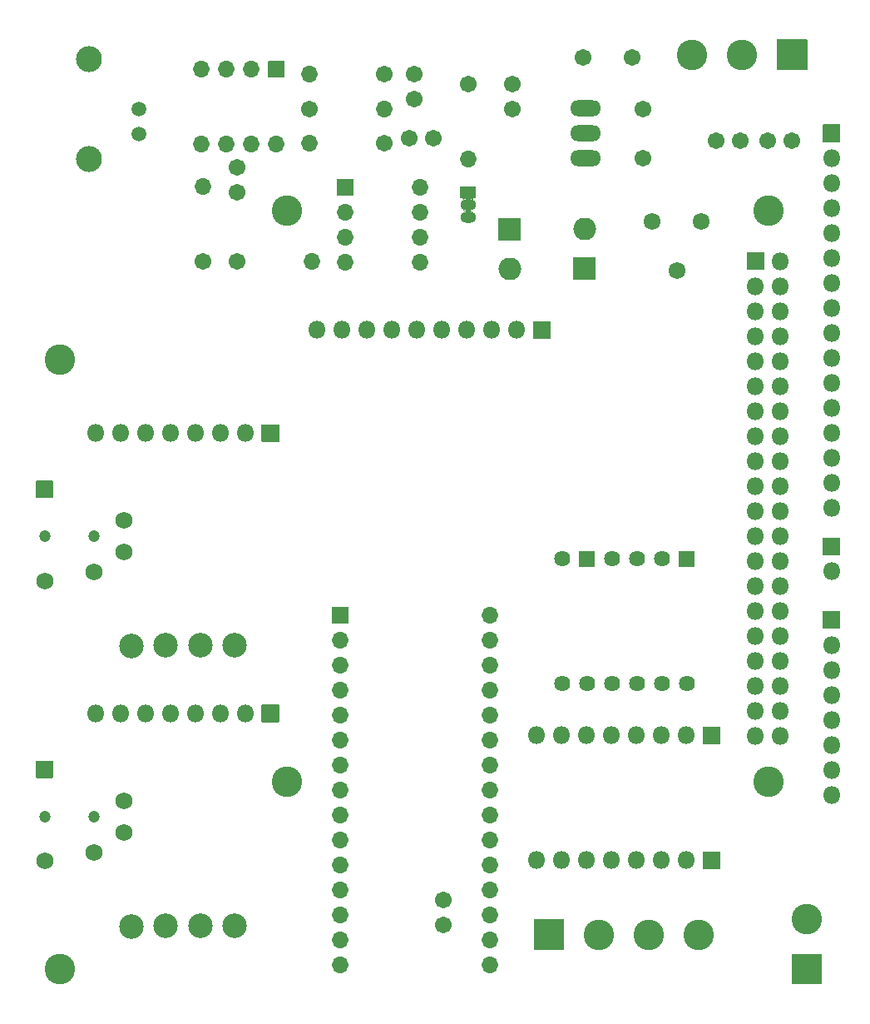
<source format=gbs>
G04 #@! TF.GenerationSoftware,KiCad,Pcbnew,(5.1.9)-1*
G04 #@! TF.CreationDate,2021-06-09T22:02:47-07:00*
G04 #@! TF.ProjectId,AlkalinityTitrator,416c6b61-6c69-46e6-9974-795469747261,rev?*
G04 #@! TF.SameCoordinates,Original*
G04 #@! TF.FileFunction,Soldermask,Bot*
G04 #@! TF.FilePolarity,Negative*
%FSLAX46Y46*%
G04 Gerber Fmt 4.6, Leading zero omitted, Abs format (unit mm)*
G04 Created by KiCad (PCBNEW (5.1.9)-1) date 2021-06-09 22:02:47*
%MOMM*%
%LPD*%
G01*
G04 APERTURE LIST*
%ADD10O,3.150000X1.626000*%
%ADD11O,1.702000X1.702000*%
%ADD12C,3.102000*%
%ADD13O,1.802000X1.802000*%
%ADD14C,2.502000*%
%ADD15C,1.752000*%
%ADD16C,1.202000*%
%ADD17C,1.626000*%
%ADD18C,2.642000*%
%ADD19C,1.499000*%
%ADD20C,1.702000*%
%ADD21O,2.302000X2.302000*%
%ADD22C,1.722000*%
%ADD23O,1.602000X1.152000*%
%ADD24C,0.150000*%
G04 APERTURE END LIST*
D10*
X180052000Y-50815000D03*
X180052000Y-53355000D03*
X180052000Y-55895000D03*
D11*
X170332000Y-137915000D03*
X155092000Y-137915000D03*
X170332000Y-102355000D03*
X155092000Y-135375000D03*
X170332000Y-104895000D03*
X155092000Y-132835000D03*
X170332000Y-107435000D03*
X155092000Y-130295000D03*
X170332000Y-109975000D03*
X155092000Y-127755000D03*
X170332000Y-112515000D03*
X155092000Y-125215000D03*
X170332000Y-115055000D03*
X155092000Y-122675000D03*
X170332000Y-117595000D03*
X155092000Y-120135000D03*
X170332000Y-120135000D03*
X155092000Y-117595000D03*
X170332000Y-122675000D03*
X155092000Y-115055000D03*
X170332000Y-125215000D03*
X155092000Y-112515000D03*
X170332000Y-127755000D03*
X155092000Y-109975000D03*
X170332000Y-130295000D03*
X155092000Y-107435000D03*
X170332000Y-132835000D03*
X155092000Y-104895000D03*
X170332000Y-135375000D03*
G36*
G01*
X154241000Y-103155000D02*
X154241000Y-101555000D01*
G75*
G02*
X154292000Y-101504000I51000J0D01*
G01*
X155892000Y-101504000D01*
G75*
G02*
X155943000Y-101555000I0J-51000D01*
G01*
X155943000Y-103155000D01*
G75*
G02*
X155892000Y-103206000I-51000J0D01*
G01*
X154292000Y-103206000D01*
G75*
G02*
X154241000Y-103155000I0J51000D01*
G01*
G37*
D12*
X149653000Y-61231000D03*
G36*
G01*
X147132000Y-111454000D02*
X148832000Y-111454000D01*
G75*
G02*
X148883000Y-111505000I0J-51000D01*
G01*
X148883000Y-113205000D01*
G75*
G02*
X148832000Y-113256000I-51000J0D01*
G01*
X147132000Y-113256000D01*
G75*
G02*
X147081000Y-113205000I0J51000D01*
G01*
X147081000Y-111505000D01*
G75*
G02*
X147132000Y-111454000I51000J0D01*
G01*
G37*
D13*
X145442000Y-112355000D03*
X142902000Y-112355000D03*
X140362000Y-112355000D03*
X137822000Y-112355000D03*
X135282000Y-112355000D03*
X132742000Y-112355000D03*
X130202000Y-112355000D03*
D14*
X144342000Y-133945000D03*
X140842000Y-133945000D03*
X137342000Y-133945000D03*
X133842000Y-133995000D03*
G36*
G01*
X124116000Y-90380000D02*
X124116000Y-88730000D01*
G75*
G02*
X124167000Y-88679000I51000J0D01*
G01*
X125817000Y-88679000D01*
G75*
G02*
X125868000Y-88730000I0J-51000D01*
G01*
X125868000Y-90380000D01*
G75*
G02*
X125817000Y-90431000I-51000J0D01*
G01*
X124167000Y-90431000D01*
G75*
G02*
X124116000Y-90380000I0J51000D01*
G01*
G37*
D15*
X129992000Y-97955000D03*
X133092000Y-92755000D03*
X124992000Y-98855000D03*
D16*
X124992000Y-94355000D03*
X129992000Y-94355000D03*
D15*
X133092000Y-95955000D03*
D13*
X187782000Y-127295000D03*
X190322000Y-127295000D03*
X182702000Y-127295000D03*
X180162000Y-127295000D03*
X177622000Y-127295000D03*
X175082000Y-127295000D03*
X185242000Y-127295000D03*
G36*
G01*
X192012000Y-126394000D02*
X193712000Y-126394000D01*
G75*
G02*
X193763000Y-126445000I0J-51000D01*
G01*
X193763000Y-128145000D01*
G75*
G02*
X193712000Y-128196000I-51000J0D01*
G01*
X192012000Y-128196000D01*
G75*
G02*
X191961000Y-128145000I0J51000D01*
G01*
X191961000Y-126445000D01*
G75*
G02*
X192012000Y-126394000I51000J0D01*
G01*
G37*
G36*
G01*
X192012000Y-113694000D02*
X193712000Y-113694000D01*
G75*
G02*
X193763000Y-113745000I0J-51000D01*
G01*
X193763000Y-115445000D01*
G75*
G02*
X193712000Y-115496000I-51000J0D01*
G01*
X192012000Y-115496000D01*
G75*
G02*
X191961000Y-115445000I0J51000D01*
G01*
X191961000Y-113745000D01*
G75*
G02*
X192012000Y-113694000I51000J0D01*
G01*
G37*
X190322000Y-114595000D03*
X187782000Y-114595000D03*
X185242000Y-114595000D03*
X182702000Y-114595000D03*
X180162000Y-114595000D03*
X177622000Y-114595000D03*
X175082000Y-114595000D03*
G36*
G01*
X191124000Y-97438000D02*
X189600000Y-97438000D01*
G75*
G02*
X189549000Y-97387000I0J51000D01*
G01*
X189549000Y-95863000D01*
G75*
G02*
X189600000Y-95812000I51000J0D01*
G01*
X191124000Y-95812000D01*
G75*
G02*
X191175000Y-95863000I0J-51000D01*
G01*
X191175000Y-97387000D01*
G75*
G02*
X191124000Y-97438000I-51000J0D01*
G01*
G37*
D17*
X187822000Y-96625000D03*
X185282000Y-96625000D03*
X182742000Y-96625000D03*
G36*
G01*
X180964000Y-97438000D02*
X179440000Y-97438000D01*
G75*
G02*
X179389000Y-97387000I0J51000D01*
G01*
X179389000Y-95863000D01*
G75*
G02*
X179440000Y-95812000I51000J0D01*
G01*
X180964000Y-95812000D01*
G75*
G02*
X181015000Y-95863000I0J-51000D01*
G01*
X181015000Y-97387000D01*
G75*
G02*
X180964000Y-97438000I-51000J0D01*
G01*
G37*
X177662000Y-96625000D03*
X190362000Y-109325000D03*
X187822000Y-109325000D03*
X185282000Y-109325000D03*
X182742000Y-109325000D03*
X180202000Y-109325000D03*
X177662000Y-109325000D03*
D13*
X205092000Y-91455000D03*
X205092000Y-88915000D03*
X205092000Y-86375000D03*
X205092000Y-83835000D03*
X205092000Y-81295000D03*
X205092000Y-78755000D03*
X205092000Y-76215000D03*
X205092000Y-73675000D03*
X205092000Y-71135000D03*
X205092000Y-68595000D03*
X205092000Y-66055000D03*
X205092000Y-63515000D03*
X205092000Y-60975000D03*
X205092000Y-58435000D03*
X205092000Y-55895000D03*
G36*
G01*
X205993000Y-52505000D02*
X205993000Y-54205000D01*
G75*
G02*
X205942000Y-54256000I-51000J0D01*
G01*
X204242000Y-54256000D01*
G75*
G02*
X204191000Y-54205000I0J51000D01*
G01*
X204191000Y-52505000D01*
G75*
G02*
X204242000Y-52454000I51000J0D01*
G01*
X205942000Y-52454000D01*
G75*
G02*
X205993000Y-52505000I0J-51000D01*
G01*
G37*
G36*
G01*
X205993000Y-94505000D02*
X205993000Y-96205000D01*
G75*
G02*
X205942000Y-96256000I-51000J0D01*
G01*
X204242000Y-96256000D01*
G75*
G02*
X204191000Y-96205000I0J51000D01*
G01*
X204191000Y-94505000D01*
G75*
G02*
X204242000Y-94454000I51000J0D01*
G01*
X205942000Y-94454000D01*
G75*
G02*
X205993000Y-94505000I0J-51000D01*
G01*
G37*
X205092000Y-97895000D03*
X205092000Y-120635000D03*
X205092000Y-118095000D03*
X205092000Y-115555000D03*
X205092000Y-113015000D03*
X205092000Y-110475000D03*
X205092000Y-107935000D03*
X205092000Y-105395000D03*
G36*
G01*
X205993000Y-102005000D02*
X205993000Y-103705000D01*
G75*
G02*
X205942000Y-103756000I-51000J0D01*
G01*
X204242000Y-103756000D01*
G75*
G02*
X204191000Y-103705000I0J51000D01*
G01*
X204191000Y-102005000D01*
G75*
G02*
X204242000Y-101954000I51000J0D01*
G01*
X205942000Y-101954000D01*
G75*
G02*
X205993000Y-102005000I0J-51000D01*
G01*
G37*
D18*
X129512000Y-45775000D03*
X129512000Y-55935000D03*
D19*
X134592000Y-53395000D03*
X134592000Y-50855000D03*
D20*
X198592000Y-54105000D03*
X201092000Y-54105000D03*
X172592000Y-50855000D03*
X172592000Y-48355000D03*
X195842000Y-54105000D03*
X193342000Y-54105000D03*
X165592000Y-131355000D03*
X165592000Y-133855000D03*
X144592000Y-56855000D03*
X144592000Y-59355000D03*
X164592000Y-53855000D03*
X162092000Y-53855000D03*
X162592000Y-49855000D03*
X162592000Y-47355000D03*
D21*
X179962000Y-63105000D03*
G36*
G01*
X171191000Y-64205000D02*
X171191000Y-62005000D01*
G75*
G02*
X171242000Y-61954000I51000J0D01*
G01*
X173442000Y-61954000D01*
G75*
G02*
X173493000Y-62005000I0J-51000D01*
G01*
X173493000Y-64205000D01*
G75*
G02*
X173442000Y-64256000I-51000J0D01*
G01*
X171242000Y-64256000D01*
G75*
G02*
X171191000Y-64205000I0J51000D01*
G01*
G37*
X172342000Y-67105000D03*
G36*
G01*
X181113000Y-66005000D02*
X181113000Y-68205000D01*
G75*
G02*
X181062000Y-68256000I-51000J0D01*
G01*
X178862000Y-68256000D01*
G75*
G02*
X178811000Y-68205000I0J51000D01*
G01*
X178811000Y-66005000D01*
G75*
G02*
X178862000Y-65954000I51000J0D01*
G01*
X181062000Y-65954000D01*
G75*
G02*
X181113000Y-66005000I0J-51000D01*
G01*
G37*
D12*
X198653000Y-61231000D03*
X198653000Y-119289000D03*
X149625000Y-119289000D03*
X126592000Y-76355000D03*
X126592000Y-138355000D03*
D13*
X199915000Y-114610000D03*
X197375000Y-114610000D03*
X199915000Y-112070000D03*
X197375000Y-112070000D03*
X199915000Y-109530000D03*
X197375000Y-109530000D03*
X199915000Y-106990000D03*
X197375000Y-106990000D03*
X199915000Y-104450000D03*
X197375000Y-104450000D03*
X199915000Y-101910000D03*
X197375000Y-101910000D03*
X199915000Y-99370000D03*
X197375000Y-99370000D03*
X199915000Y-96830000D03*
X197375000Y-96830000D03*
X199915000Y-94290000D03*
X197375000Y-94290000D03*
X199915000Y-91750000D03*
X197375000Y-91750000D03*
X199915000Y-89210000D03*
X197375000Y-89210000D03*
X199915000Y-86670000D03*
X197375000Y-86670000D03*
X199915000Y-84130000D03*
X197375000Y-84130000D03*
X199915000Y-81590000D03*
X197375000Y-81590000D03*
X199915000Y-79050000D03*
X197375000Y-79050000D03*
X199915000Y-76510000D03*
X197375000Y-76510000D03*
X199915000Y-73970000D03*
X197375000Y-73970000D03*
X199915000Y-71430000D03*
X197375000Y-71430000D03*
X199915000Y-68890000D03*
X197375000Y-68890000D03*
X199915000Y-66350000D03*
G36*
G01*
X198276000Y-65500000D02*
X198276000Y-67200000D01*
G75*
G02*
X198225000Y-67251000I-51000J0D01*
G01*
X196525000Y-67251000D01*
G75*
G02*
X196474000Y-67200000I0J51000D01*
G01*
X196474000Y-65500000D01*
G75*
G02*
X196525000Y-65449000I51000J0D01*
G01*
X198225000Y-65449000D01*
G75*
G02*
X198276000Y-65500000I0J-51000D01*
G01*
G37*
D12*
X191582000Y-134855000D03*
G36*
G01*
X174791000Y-136355000D02*
X174791000Y-133355000D01*
G75*
G02*
X174842000Y-133304000I51000J0D01*
G01*
X177842000Y-133304000D01*
G75*
G02*
X177893000Y-133355000I0J-51000D01*
G01*
X177893000Y-136355000D01*
G75*
G02*
X177842000Y-136406000I-51000J0D01*
G01*
X174842000Y-136406000D01*
G75*
G02*
X174791000Y-136355000I0J51000D01*
G01*
G37*
X186502000Y-134855000D03*
X181422000Y-134855000D03*
G36*
G01*
X124116000Y-118880000D02*
X124116000Y-117230000D01*
G75*
G02*
X124167000Y-117179000I51000J0D01*
G01*
X125817000Y-117179000D01*
G75*
G02*
X125868000Y-117230000I0J-51000D01*
G01*
X125868000Y-118880000D01*
G75*
G02*
X125817000Y-118931000I-51000J0D01*
G01*
X124167000Y-118931000D01*
G75*
G02*
X124116000Y-118880000I0J51000D01*
G01*
G37*
D15*
X129992000Y-126455000D03*
X133092000Y-121255000D03*
X124992000Y-127355000D03*
D16*
X124992000Y-122855000D03*
X129992000Y-122855000D03*
D15*
X133092000Y-124455000D03*
D12*
X190932000Y-45355000D03*
X196012000Y-45355000D03*
G36*
G01*
X202643000Y-43855000D02*
X202643000Y-46855000D01*
G75*
G02*
X202592000Y-46906000I-51000J0D01*
G01*
X199592000Y-46906000D01*
G75*
G02*
X199541000Y-46855000I0J51000D01*
G01*
X199541000Y-43855000D01*
G75*
G02*
X199592000Y-43804000I51000J0D01*
G01*
X202592000Y-43804000D01*
G75*
G02*
X202643000Y-43855000I0J-51000D01*
G01*
G37*
X202592000Y-133275000D03*
G36*
G01*
X204092000Y-139906000D02*
X201092000Y-139906000D01*
G75*
G02*
X201041000Y-139855000I0J51000D01*
G01*
X201041000Y-136855000D01*
G75*
G02*
X201092000Y-136804000I51000J0D01*
G01*
X204092000Y-136804000D01*
G75*
G02*
X204143000Y-136855000I0J-51000D01*
G01*
X204143000Y-139855000D01*
G75*
G02*
X204092000Y-139906000I-51000J0D01*
G01*
G37*
D11*
X141092000Y-58735000D03*
D20*
X141092000Y-66355000D03*
D11*
X152212000Y-66355000D03*
D20*
X144592000Y-66355000D03*
D11*
X151972000Y-54355000D03*
D20*
X159592000Y-54355000D03*
D11*
X159592000Y-50855000D03*
D20*
X151972000Y-50855000D03*
D11*
X151972000Y-47355000D03*
D20*
X159592000Y-47355000D03*
D11*
X168092000Y-55975000D03*
D20*
X168092000Y-48355000D03*
D22*
X186842000Y-62355000D03*
X189342000Y-67355000D03*
X191842000Y-62355000D03*
D13*
X152732000Y-73355000D03*
X155272000Y-73355000D03*
X157812000Y-73355000D03*
X160352000Y-73355000D03*
X162892000Y-73355000D03*
X165432000Y-73355000D03*
X167972000Y-73355000D03*
X170512000Y-73355000D03*
X173052000Y-73355000D03*
G36*
G01*
X174742000Y-72454000D02*
X176442000Y-72454000D01*
G75*
G02*
X176493000Y-72505000I0J-51000D01*
G01*
X176493000Y-74205000D01*
G75*
G02*
X176442000Y-74256000I-51000J0D01*
G01*
X174742000Y-74256000D01*
G75*
G02*
X174691000Y-74205000I0J51000D01*
G01*
X174691000Y-72505000D01*
G75*
G02*
X174742000Y-72454000I51000J0D01*
G01*
G37*
G36*
G01*
X147132000Y-82954000D02*
X148832000Y-82954000D01*
G75*
G02*
X148883000Y-83005000I0J-51000D01*
G01*
X148883000Y-84705000D01*
G75*
G02*
X148832000Y-84756000I-51000J0D01*
G01*
X147132000Y-84756000D01*
G75*
G02*
X147081000Y-84705000I0J51000D01*
G01*
X147081000Y-83005000D01*
G75*
G02*
X147132000Y-82954000I51000J0D01*
G01*
G37*
X145442000Y-83855000D03*
X142902000Y-83855000D03*
X140362000Y-83855000D03*
X137822000Y-83855000D03*
X135282000Y-83855000D03*
X132742000Y-83855000D03*
X130202000Y-83855000D03*
D14*
X144342000Y-105445000D03*
X140842000Y-105445000D03*
X137342000Y-105445000D03*
X133842000Y-105495000D03*
G36*
G01*
X167342000Y-58779000D02*
X168842000Y-58779000D01*
G75*
G02*
X168893000Y-58830000I0J-51000D01*
G01*
X168893000Y-59880000D01*
G75*
G02*
X168842000Y-59931000I-51000J0D01*
G01*
X167342000Y-59931000D01*
G75*
G02*
X167291000Y-59880000I0J51000D01*
G01*
X167291000Y-58830000D01*
G75*
G02*
X167342000Y-58779000I51000J0D01*
G01*
G37*
D23*
X168092000Y-61895000D03*
X168092000Y-60625000D03*
D11*
X148592000Y-54475000D03*
X140972000Y-46855000D03*
X146052000Y-54475000D03*
X143512000Y-46855000D03*
X143512000Y-54475000D03*
X146052000Y-46855000D03*
X140972000Y-54475000D03*
G36*
G01*
X147792000Y-46004000D02*
X149392000Y-46004000D01*
G75*
G02*
X149443000Y-46055000I0J-51000D01*
G01*
X149443000Y-47655000D01*
G75*
G02*
X149392000Y-47706000I-51000J0D01*
G01*
X147792000Y-47706000D01*
G75*
G02*
X147741000Y-47655000I0J51000D01*
G01*
X147741000Y-46055000D01*
G75*
G02*
X147792000Y-46004000I51000J0D01*
G01*
G37*
X163212000Y-58855000D03*
X155592000Y-66475000D03*
X163212000Y-61395000D03*
X155592000Y-63935000D03*
X163212000Y-63935000D03*
X155592000Y-61395000D03*
X163212000Y-66475000D03*
G36*
G01*
X154741000Y-59655000D02*
X154741000Y-58055000D01*
G75*
G02*
X154792000Y-58004000I51000J0D01*
G01*
X156392000Y-58004000D01*
G75*
G02*
X156443000Y-58055000I0J-51000D01*
G01*
X156443000Y-59655000D01*
G75*
G02*
X156392000Y-59706000I-51000J0D01*
G01*
X154792000Y-59706000D01*
G75*
G02*
X154741000Y-59655000I0J51000D01*
G01*
G37*
D20*
X179842000Y-45605000D03*
X184842000Y-45605000D03*
X185942000Y-50855000D03*
X185942000Y-55855000D03*
D24*
G36*
X167640067Y-61151409D02*
G01*
X167647343Y-61155298D01*
X167755023Y-61187962D01*
X167867094Y-61199000D01*
X168316906Y-61199000D01*
X168428977Y-61187962D01*
X168536657Y-61155298D01*
X168543933Y-61151409D01*
X168545932Y-61151475D01*
X168546875Y-61153238D01*
X168545987Y-61154836D01*
X168530882Y-61164929D01*
X168513835Y-61181976D01*
X168500440Y-61202024D01*
X168491214Y-61224298D01*
X168486510Y-61247948D01*
X168486510Y-61272054D01*
X168491215Y-61295704D01*
X168500441Y-61317978D01*
X168513836Y-61338025D01*
X168530883Y-61355072D01*
X168545987Y-61365164D01*
X168546872Y-61366958D01*
X168545761Y-61368621D01*
X168543933Y-61368591D01*
X168536657Y-61364702D01*
X168428977Y-61332038D01*
X168316906Y-61321000D01*
X167867094Y-61321000D01*
X167755023Y-61332038D01*
X167647343Y-61364702D01*
X167640067Y-61368591D01*
X167638068Y-61368525D01*
X167637125Y-61366762D01*
X167638013Y-61365164D01*
X167653118Y-61355071D01*
X167670165Y-61338024D01*
X167683560Y-61317976D01*
X167692786Y-61295702D01*
X167697490Y-61272052D01*
X167697490Y-61247946D01*
X167692785Y-61224296D01*
X167683559Y-61202022D01*
X167670164Y-61181975D01*
X167653117Y-61164928D01*
X167638013Y-61154836D01*
X167637128Y-61153042D01*
X167638239Y-61151379D01*
X167640067Y-61151409D01*
G37*
G36*
X168725072Y-59930000D02*
G01*
X168725072Y-59932000D01*
X168723536Y-59932990D01*
X168699349Y-59935372D01*
X168676274Y-59942372D01*
X168655010Y-59953737D01*
X168636373Y-59969032D01*
X168621078Y-59987669D01*
X168609713Y-60008933D01*
X168602713Y-60032008D01*
X168600350Y-60055999D01*
X168602713Y-60079990D01*
X168609713Y-60103065D01*
X168621078Y-60124329D01*
X168636405Y-60143005D01*
X168637877Y-60144339D01*
X168638489Y-60146243D01*
X168637146Y-60147725D01*
X168635591Y-60147585D01*
X168536657Y-60094702D01*
X168428977Y-60062038D01*
X168316906Y-60051000D01*
X167867094Y-60051000D01*
X167755023Y-60062038D01*
X167647343Y-60094702D01*
X167548108Y-60147745D01*
X167545568Y-60149830D01*
X167543594Y-60150156D01*
X167542326Y-60148610D01*
X167542885Y-60146870D01*
X167555731Y-60134024D01*
X167569126Y-60113976D01*
X167578353Y-60091703D01*
X167583057Y-60068052D01*
X167583057Y-60043946D01*
X167578353Y-60020296D01*
X167569126Y-59998022D01*
X167555732Y-59977975D01*
X167538685Y-59960928D01*
X167518637Y-59947533D01*
X167496364Y-59938306D01*
X167472667Y-59933593D01*
X167460562Y-59932998D01*
X167458881Y-59931914D01*
X167458979Y-59929916D01*
X167460660Y-59929000D01*
X168723340Y-59929000D01*
X168725072Y-59930000D01*
G37*
M02*

</source>
